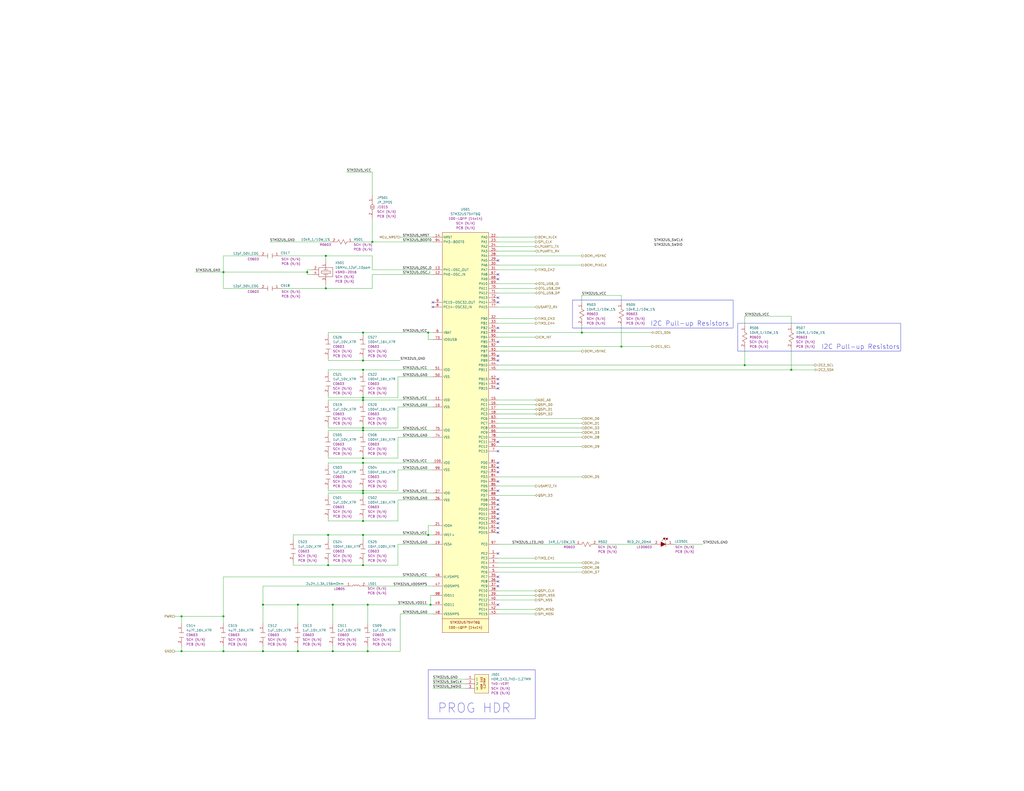
<source format=kicad_sch>
(kicad_sch (version 20231120) (generator "eeschema") (generator_version "8.0")
  (paper "C")
  (title_block (comment 2 "DRAFT"))
  (junction (at 233.68 181.61))
  (junction (at 198.12 252.73))
  (junction (at 203.2 132.08))
  (junction (at 198.12 308.61))
  (junction (at 179.07 292.1))
  (junction (at 143.51 330.2))
  (junction (at 198.12 269.24))
  (junction (at 198.12 181.61))
  (junction (at 99.06 336.55))
  (junction (at 121.92 148.59))
  (junction (at 234.95 330.2))
  (junction (at 339.09 189.23))
  (junction (at 143.51 355.6))
  (junction (at 181.61 355.6))
  (junction (at 406.4 199.39))
  (junction (at 198.12 217.17))
  (junction (at 198.12 218.44))
  (junction (at 198.12 234.95))
  (junction (at 99.06 355.6))
  (junction (at 200.66 330.2))
  (junction (at 198.12 284.48))
  (junction (at 179.07 308.61))
  (junction (at 121.92 336.55))
  (junction (at 177.8 157.48))
  (junction (at 233.68 292.1))
  (junction (at 198.12 292.1))
  (junction (at 198.12 233.68))
  (junction (at 200.66 355.6))
  (junction (at 181.61 330.2))
  (junction (at 162.56 330.2))
  (junction (at 198.12 201.93))
  (junction (at 198.12 196.85))
  (junction (at 162.56 355.6))
  (junction (at 431.8 201.93))
  (junction (at 198.12 250.19))
  (junction (at 167.64 148.59))
  (junction (at 317.5 181.61))
  (junction (at 121.92 355.6))
  (junction (at 177.8 139.7))
  (junction (at 198.12 267.97))
  (no_connect (at 271.78 241.3))
  (no_connect (at 271.78 149.86))
  (no_connect (at 271.78 246.38))
  (no_connect (at 271.78 314.96))
  (no_connect (at 271.78 212.09))
  (no_connect (at 271.78 252.73))
  (no_connect (at 236.22 167.64))
  (no_connect (at 271.78 267.97))
  (no_connect (at 271.78 165.1))
  (no_connect (at 271.78 257.81))
  (no_connect (at 271.78 196.85))
  (no_connect (at 271.78 186.69))
  (no_connect (at 271.78 209.55))
  (no_connect (at 271.78 278.13))
  (no_connect (at 271.78 142.24))
  (no_connect (at 271.78 262.89))
  (no_connect (at 236.22 165.1))
  (no_connect (at 271.78 288.29))
  (no_connect (at 271.78 280.67))
  (no_connect (at 271.78 207.01))
  (no_connect (at 271.78 179.07))
  (no_connect (at 271.78 317.5))
  (no_connect (at 271.78 194.31))
  (no_connect (at 271.78 162.56))
  (no_connect (at 271.78 255.27))
  (no_connect (at 271.78 275.59))
  (no_connect (at 271.78 320.04))
  (no_connect (at 271.78 285.75))
  (no_connect (at 271.78 152.4))
  (no_connect (at 271.78 283.21))
  (no_connect (at 271.78 302.26))
  (no_connect (at 271.78 290.83))
  (no_connect (at 271.78 273.05))
  (no_connect (at 271.78 330.2))
  (wire (pts (xy 143.51 320.04) (xy 143.51 330.2)))
  (wire (pts (xy 203.2 147.32) (xy 236.22 147.32)))
  (wire (pts (xy 292.1 327.66) (xy 271.78 327.66)))
  (wire (pts (xy 317.5 165.1) (xy 317.5 161.29)))
  (wire (pts (xy 99.06 336.55) (xy 121.92 336.55)))
  (wire (pts (xy 198.12 196.85) (xy 179.07 196.85)))
  (wire (pts (xy 198.12 269.24) (xy 179.07 269.24)))
  (wire (pts (xy 406.4 190.5) (xy 406.4 199.39)))
  (wire (pts (xy 198.12 219.71) (xy 198.12 218.44)))
  (wire (pts (xy 198.12 307.34) (xy 198.12 308.61)))
  (wire (pts (xy 198.12 196.85) (xy 218.44 196.85)))
  (wire (pts (xy 121.92 355.6) (xy 99.06 355.6)))
  (wire (pts (xy 179.07 292.1) (xy 160.02 292.1)))
  (wire (pts (xy 162.56 355.6) (xy 181.61 355.6)))
  (wire (pts (xy 198.12 250.19) (xy 179.07 250.19)))
  (wire (pts (xy 99.06 336.55) (xy 99.06 340.36)))
  (wire (pts (xy 317.5 260.35) (xy 271.78 260.35)))
  (wire (pts (xy 143.51 355.6) (xy 143.51 353.06)))
  (wire (pts (xy 121.92 340.36) (xy 121.92 336.55)))
  (wire (pts (xy 179.07 307.34) (xy 179.07 308.61)))
  (wire (pts (xy 271.78 297.18) (xy 313.69 297.18)))
  (wire (pts (xy 198.12 248.92) (xy 198.12 250.19)))
  (wire (pts (xy 317.5 144.78) (xy 271.78 144.78)))
  (wire (pts (xy 317.5 177.8) (xy 317.5 181.61)))
  (wire (pts (xy 234.95 330.2) (xy 236.22 330.2)))
  (wire (pts (xy 121.92 353.06) (xy 121.92 355.6)))
  (wire (pts (xy 217.17 250.19) (xy 198.12 250.19)))
  (wire (pts (xy 198.12 201.93) (xy 179.07 201.93)))
  (wire (pts (xy 292.1 176.53) (xy 271.78 176.53)))
  (wire (pts (xy 162.56 353.06) (xy 162.56 355.6)))
  (wire (pts (xy 236.22 370.84) (xy 254 370.84)))
  (wire (pts (xy 236.22 256.54) (xy 217.17 256.54)))
  (wire (pts (xy 203.2 132.08) (xy 236.22 132.08)))
  (wire (pts (xy 198.12 252.73) (xy 236.22 252.73)))
  (wire (pts (xy 317.5 181.61) (xy 355.6 181.61)))
  (wire (pts (xy 203.2 147.32) (xy 203.2 139.7)))
  (wire (pts (xy 179.07 234.95) (xy 179.07 236.22)))
  (wire (pts (xy 198.12 270.51) (xy 198.12 269.24)))
  (wire (pts (xy 431.8 190.5) (xy 431.8 201.93)))
  (wire (pts (xy 431.8 172.72) (xy 431.8 177.8)))
  (wire (pts (xy 217.17 256.54) (xy 217.17 267.97)))
  (wire (pts (xy 147.32 132.08) (xy 180.34 132.08)))
  (wire (pts (xy 179.07 284.48) (xy 179.07 283.21)))
  (wire (pts (xy 217.17 284.48) (xy 198.12 284.48)))
  (wire (pts (xy 271.78 189.23) (xy 339.09 189.23)))
  (wire (pts (xy 292.1 167.64) (xy 271.78 167.64)))
  (wire (pts (xy 198.12 252.73) (xy 179.07 252.73)))
  (wire (pts (xy 170.18 149.86) (xy 167.64 149.86)))
  (wire (pts (xy 292.1 270.51) (xy 271.78 270.51)))
  (wire (pts (xy 317.5 231.14) (xy 271.78 231.14)))
  (wire (pts (xy 143.51 330.2) (xy 162.56 330.2)))
  (wire (pts (xy 179.07 233.68) (xy 179.07 232.41)))
  (wire (pts (xy 292.1 226.06) (xy 271.78 226.06)))
  (wire (pts (xy 203.2 149.86) (xy 236.22 149.86)))
  (wire (pts (xy 198.12 234.95) (xy 179.07 234.95)))
  (wire (pts (xy 236.22 373.38) (xy 254 373.38)))
  (wire (pts (xy 383.54 297.18) (xy 368.3 297.18)))
  (wire (pts (xy 271.78 201.93) (xy 431.8 201.93)))
  (wire (pts (xy 95.25 355.6) (xy 99.06 355.6)))
  (wire (pts (xy 198.12 217.17) (xy 179.07 217.17)))
  (wire (pts (xy 121.92 355.6) (xy 143.51 355.6)))
  (wire (pts (xy 179.07 196.85) (xy 179.07 195.58)))
  (wire (pts (xy 179.07 218.44) (xy 179.07 219.71)))
  (wire (pts (xy 179.07 181.61) (xy 179.07 182.88)))
  (wire (pts (xy 179.07 252.73) (xy 179.07 254)))
  (wire (pts (xy 181.61 330.2) (xy 162.56 330.2)))
  (wire (pts (xy 406.4 172.72) (xy 431.8 172.72)))
  (wire (pts (xy 198.12 292.1) (xy 233.68 292.1)))
  (wire (pts (xy 179.07 292.1) (xy 179.07 294.64)))
  (wire (pts (xy 317.5 161.29) (xy 339.09 161.29)))
  (wire (pts (xy 203.2 93.98) (xy 203.2 106.68)))
  (wire (pts (xy 233.68 185.42) (xy 233.68 181.61)))
  (wire (pts (xy 292.1 322.58) (xy 271.78 322.58)))
  (wire (pts (xy 203.2 119.38) (xy 203.2 132.08)))
  (wire (pts (xy 233.68 292.1) (xy 236.22 292.1)))
  (wire (pts (xy 121.92 314.96) (xy 236.22 314.96)))
  (wire (pts (xy 292.1 157.48) (xy 271.78 157.48)))
  (wire (pts (xy 217.17 238.76) (xy 217.17 250.19)))
  (wire (pts (xy 121.92 139.7) (xy 121.92 148.59)))
  (wire (pts (xy 339.09 161.29) (xy 339.09 165.1)))
  (wire (pts (xy 181.61 355.6) (xy 200.66 355.6)))
  (wire (pts (xy 236.22 287.02) (xy 233.68 287.02)))
  (wire (pts (xy 292.1 132.08) (xy 271.78 132.08)))
  (wire (pts (xy 198.12 284.48) (xy 179.07 284.48)))
  (wire (pts (xy 198.12 267.97) (xy 179.07 267.97)))
  (wire (pts (xy 95.25 336.55) (xy 99.06 336.55)))
  (wire (pts (xy 292.1 154.94) (xy 271.78 154.94)))
  (wire (pts (xy 217.17 273.05) (xy 217.17 284.48)))
  (wire (pts (xy 167.64 148.59) (xy 167.64 147.32)))
  (wire (pts (xy 198.12 292.1) (xy 198.12 294.64)))
  (wire (pts (xy 292.1 265.43) (xy 271.78 265.43)))
  (wire (pts (xy 317.5 238.76) (xy 271.78 238.76)))
  (wire (pts (xy 198.12 181.61) (xy 179.07 181.61)))
  (wire (pts (xy 106.68 148.59) (xy 121.92 148.59)))
  (wire (pts (xy 198.12 218.44) (xy 179.07 218.44)))
  (wire (pts (xy 167.64 147.32) (xy 170.18 147.32)))
  (wire (pts (xy 271.78 129.54) (xy 292.1 129.54)))
  (wire (pts (xy 292.1 137.16) (xy 271.78 137.16)))
  (wire (pts (xy 326.39 297.18) (xy 355.6 297.18)))
  (wire (pts (xy 218.44 335.28) (xy 218.44 355.6)))
  (wire (pts (xy 198.12 234.95) (xy 236.22 234.95)))
  (wire (pts (xy 233.68 181.61) (xy 236.22 181.61)))
  (wire (pts (xy 292.1 223.52) (xy 271.78 223.52)))
  (wire (pts (xy 198.12 218.44) (xy 236.22 218.44)))
  (wire (pts (xy 179.07 269.24) (xy 179.07 270.51)))
  (wire (pts (xy 217.17 222.25) (xy 217.17 233.68)))
  (wire (pts (xy 153.67 139.7) (xy 177.8 139.7)))
  (wire (pts (xy 121.92 148.59) (xy 167.64 148.59)))
  (wire (pts (xy 236.22 297.18) (xy 217.17 297.18)))
  (wire (pts (xy 179.07 201.93) (xy 179.07 203.2)))
  (wire (pts (xy 406.4 177.8) (xy 406.4 172.72)))
  (wire (pts (xy 292.1 218.44) (xy 271.78 218.44)))
  (wire (pts (xy 292.1 134.62) (xy 271.78 134.62)))
  (wire (pts (xy 218.44 335.28) (xy 236.22 335.28)))
  (wire (pts (xy 292.1 220.98) (xy 271.78 220.98)))
  (wire (pts (xy 179.07 308.61) (xy 160.02 308.61)))
  (wire (pts (xy 198.12 269.24) (xy 236.22 269.24)))
  (wire (pts (xy 200.66 330.2) (xy 234.95 330.2)))
  (wire (pts (xy 200.66 330.2) (xy 200.66 340.36)))
  (wire (pts (xy 317.5 236.22) (xy 271.78 236.22)))
  (wire (pts (xy 317.5 233.68) (xy 271.78 233.68)))
  (wire (pts (xy 198.12 181.61) (xy 233.68 181.61)))
  (wire (pts (xy 236.22 238.76) (xy 217.17 238.76)))
  (wire (pts (xy 198.12 201.93) (xy 236.22 201.93)))
  (wire (pts (xy 431.8 201.93) (xy 444.5 201.93)))
  (wire (pts (xy 189.23 93.98) (xy 203.2 93.98)))
  (wire (pts (xy 292.1 160.02) (xy 271.78 160.02)))
  (wire (pts (xy 198.12 266.7) (xy 198.12 267.97)))
  (wire (pts (xy 203.2 157.48) (xy 177.8 157.48)))
  (wire (pts (xy 317.5 139.7) (xy 271.78 139.7)))
  (wire (pts (xy 143.51 355.6) (xy 162.56 355.6)))
  (wire (pts (xy 181.61 330.2) (xy 200.66 330.2)))
  (wire (pts (xy 162.56 330.2) (xy 162.56 340.36)))
  (wire (pts (xy 198.12 283.21) (xy 198.12 284.48)))
  (wire (pts (xy 181.61 330.2) (xy 181.61 340.36)))
  (wire (pts (xy 292.1 147.32) (xy 271.78 147.32)))
  (wire (pts (xy 179.07 292.1) (xy 198.12 292.1)))
  (wire (pts (xy 198.12 267.97) (xy 217.17 267.97)))
  (wire (pts (xy 236.22 185.42) (xy 233.68 185.42)))
  (wire (pts (xy 181.61 355.6) (xy 181.61 353.06)))
  (wire (pts (xy 99.06 355.6) (xy 99.06 353.06)))
  (wire (pts (xy 121.92 148.59) (xy 121.92 157.48)))
  (wire (pts (xy 177.8 154.94) (xy 177.8 157.48)))
  (wire (pts (xy 271.78 184.15) (xy 292.1 184.15)))
  (wire (pts (xy 193.04 132.08) (xy 203.2 132.08)))
  (wire (pts (xy 217.17 308.61) (xy 198.12 308.61)))
  (wire (pts (xy 236.22 375.92) (xy 254 375.92)))
  (wire (pts (xy 233.68 287.02) (xy 233.68 292.1)))
  (wire (pts (xy 406.4 199.39) (xy 271.78 199.39)))
  (wire (pts (xy 236.22 222.25) (xy 217.17 222.25)))
  (wire (pts (xy 317.5 243.84) (xy 271.78 243.84)))
  (wire (pts (xy 236.22 273.05) (xy 217.17 273.05)))
  (wire (pts (xy 167.64 149.86) (xy 167.64 148.59)))
  (wire (pts (xy 198.12 232.41) (xy 198.12 233.68)))
  (wire (pts (xy 339.09 189.23) (xy 355.6 189.23)))
  (wire (pts (xy 198.12 254) (xy 198.12 252.73)))
  (wire (pts (xy 200.66 320.04) (xy 236.22 320.04)))
  (wire (pts (xy 317.5 191.77) (xy 271.78 191.77)))
  (wire (pts (xy 140.97 139.7) (xy 121.92 139.7)))
  (wire (pts (xy 121.92 314.96) (xy 121.92 336.55)))
  (wire (pts (xy 198.12 203.2) (xy 198.12 201.93)))
  (wire (pts (xy 203.2 149.86) (xy 203.2 157.48)))
  (wire (pts (xy 198.12 233.68) (xy 179.07 233.68)))
  (wire (pts (xy 217.17 205.74) (xy 217.17 217.17)))
  (wire (pts (xy 198.12 182.88) (xy 198.12 181.61)))
  (wire (pts (xy 177.8 139.7) (xy 177.8 142.24)))
  (wire (pts (xy 217.17 217.17) (xy 198.12 217.17)))
  (wire (pts (xy 187.96 320.04) (xy 143.51 320.04)))
  (wire (pts (xy 200.66 353.06) (xy 200.66 355.6)))
  (wire (pts (xy 200.66 355.6) (xy 218.44 355.6)))
  (wire (pts (xy 292.1 304.8) (xy 271.78 304.8)))
  (wire (pts (xy 271.78 181.61) (xy 317.5 181.61)))
  (wire (pts (xy 292.1 335.28) (xy 271.78 335.28)))
  (wire (pts (xy 153.67 157.48) (xy 177.8 157.48)))
  (wire (pts (xy 198.12 215.9) (xy 198.12 217.17)))
  (wire (pts (xy 217.17 233.68) (xy 198.12 233.68)))
  (wire (pts (xy 217.17 297.18) (xy 217.17 308.61)))
  (wire (pts (xy 317.5 307.34) (xy 271.78 307.34)))
  (wire (pts (xy 218.44 129.54) (xy 236.22 129.54)))
  (wire (pts (xy 121.92 157.48) (xy 140.97 157.48)))
  (wire (pts (xy 160.02 308.61) (xy 160.02 307.34)))
  (wire (pts (xy 198.12 308.61) (xy 179.07 308.61)))
  (wire (pts (xy 179.07 217.17) (xy 179.07 215.9)))
  (wire (pts (xy 317.5 309.88) (xy 271.78 309.88)))
  (wire (pts (xy 143.51 330.2) (xy 143.51 340.36)))
  (wire (pts (xy 317.5 228.6) (xy 271.78 228.6)))
  (wire (pts (xy 292.1 332.74) (xy 271.78 332.74)))
  (wire (pts (xy 292.1 173.99) (xy 271.78 173.99)))
  (wire (pts (xy 203.2 139.7) (xy 177.8 139.7)))
  (wire (pts (xy 198.12 195.58) (xy 198.12 196.85)))
  (wire (pts (xy 292.1 325.12) (xy 271.78 325.12)))
  (wire (pts (xy 179.07 250.19) (xy 179.07 248.92)))
  (wire (pts (xy 317.5 312.42) (xy 271.78 312.42)))
  (wire (pts (xy 339.09 177.8) (xy 339.09 189.23)))
  (wire (pts (xy 179.07 267.97) (xy 179.07 266.7)))
  (wire (pts (xy 444.5 199.39) (xy 406.4 199.39)))
  (wire (pts (xy 198.12 236.22) (xy 198.12 234.95)))
  (wire (pts (xy 160.02 292.1) (xy 160.02 294.64)))
  (wire (pts (xy 234.95 325.12) (xy 234.95 330.2)))
  (wire (pts (xy 236.22 205.74) (xy 217.17 205.74)))
  (wire (pts (xy 234.95 325.12) (xy 236.22 325.12)))
  (rectangle (start 233.68 365.76) (end 292.1 392.43))
  (rectangle (start 402.59 176.53) (end 491.49 191.77))
  (rectangle (start 312.42 163.83) (end 400.05 179.07))
  (text "PROG HDR" (at 258.826 386.842 0) (effects (font (size 5.08 5.08))))
  (text "I2C Pull-up Resistors" (at 469.646 189.484 0) (effects (font (size 2.54 2.54))))
  (text "I2C Pull-up Resistors" (at 376.428 176.784 0) (effects (font (size 2.54 2.54))))
  (label "STM32U5_NRST" (at 219.71 129.54 0))
  (label "STM32U5_GND" (at 218.44 196.85 0))
  (label "STM32U5_VCC" (at 406.4 172.72 0))
  (label "STM32U5_VCC" (at 219.71 292.1 0))
  (label "STM32U5_GND" (at 147.32 132.08 0))
  (label "STM32U5_GND" (at 106.68 148.59 0))
  (label "STM32U5_GND" (at 219.71 256.54 0))
  (label "STM32U5_VCC" (at 317.5 161.29 0))
  (label "STM32U5_GND" (at 219.71 297.18 0))
  (label "STM32U5_GND" (at 219.71 222.25 0))
  (label "STM32U5_GND" (at 383.54 297.18 0))
  (label "STM32U5_VCC" (at 219.71 201.93 0))
  (label "STM32U5_GND" (at 219.71 273.05 0))
  (label "STM32U5_BOOT0" (at 219.71 132.08 0))
  (label "STM32U5_GND" (at 236.22 370.84 0))
  (label "STM32U5_VCC" (at 219.71 269.24 0))
  (label "STM32U5_VCC" (at 219.71 252.73 0))
  (label "STM32U5_LED_IND" (at 279.4 297.18 0))
  (label "STM32U5_VCC" (at 219.71 181.61 0))
  (label "STM32U5_VCC" (at 219.71 314.96 0))
  (label "STM32U5_VCC" (at 219.71 218.44 0))
  (label "STM32U5_SWDIO" (at 236.22 375.92 0))
  (label "STM32U5_SWDIO" (at 356.87 134.62 0))
  (label "STM32U5_SWCLK" (at 356.87 132.08 0))
  (label "STM32U5_GND" (at 219.71 205.74 0))
  (label "STM32U5_VDDSMPS" (at 214.63 320.04 0))
  (label "STM32U5_GND" (at 219.71 335.28 0))
  (label "STM32U5_VCC" (at 219.71 234.95 0))
  (label "STM32U5_VDD11" (at 217.17 330.2 0))
  (label "STM32U5_OSC_I" (at 219.71 149.86 0))
  (label "STM32U5_GND" (at 219.71 238.76 0))
  (label "STM32U5_SWCLK" (at 236.22 373.38 0))
  (label "STM32U5_OSC_O" (at 219.71 147.32 0))
  (label "STM32U5_VCC" (at 189.23 93.98 0))
  (hierarchical_label "DCMI_D8" (shape input) (at 317.5 238.76 0))
  (hierarchical_label "QSPI_D2" (shape bidirectional) (at 292.1 226.06 0))
  (hierarchical_label "DCMI_D2" (shape input) (at 317.5 233.68 0))
  (hierarchical_label "QSPI_CLK" (shape output) (at 292.1 322.58 0))
  (hierarchical_label "SPI_MOSI" (shape output) (at 292.1 335.28 0))
  (hierarchical_label "DCMI_VSYNC" (shape output) (at 317.5 191.77 0))
  (hierarchical_label "DCMI_D1" (shape input) (at 317.5 231.14 0))
  (hierarchical_label "DCMI_D6" (shape input) (at 317.5 309.88 0))
  (hierarchical_label "LPUART1_TX" (shape output) (at 292.1 134.62 0))
  (hierarchical_label "QSPI_D3" (shape bidirectional) (at 292.1 270.51 0))
  (hierarchical_label "DCMI_PIXCLK" (shape output) (at 317.5 144.78 0))
  (hierarchical_label "TIM3_CH3" (shape output) (at 292.1 173.99 0))
  (hierarchical_label "GND" (shape passive) (at 95.25 355.6 180))
  (hierarchical_label "TIM3_CH2" (shape output) (at 292.1 147.32 0))
  (hierarchical_label "TIM3_CH1" (shape output) (at 292.1 304.8 0))
  (hierarchical_label "I2C1_SDA" (shape bidirectional) (at 355.6 181.61 0))
  (hierarchical_label "DCMI_HSYNC" (shape output) (at 317.5 139.7 0))
  (hierarchical_label "OTG_USB_DP" (shape bidirectional) (at 292.1 160.02 0))
  (hierarchical_label "I2C1_SCL" (shape output) (at 355.6 189.23 0))
  (hierarchical_label "QSPI_D1" (shape bidirectional) (at 292.1 223.52 0))
  (hierarchical_label "ADC_A0" (shape input) (at 292.1 218.44 0))
  (hierarchical_label "SPI_NSS" (shape output) (at 292.1 327.66 0))
  (hierarchical_label "DCMI_D7" (shape input) (at 317.5 312.42 0))
  (hierarchical_label "DCMI_D5" (shape input) (at 317.5 260.35 0))
  (hierarchical_label "DCMI_D3" (shape input) (at 317.5 236.22 0))
  (hierarchical_label "LPUART1_RX" (shape input) (at 292.1 137.16 0))
  (hierarchical_label "QSPI_D0" (shape bidirectional) (at 292.1 220.98 0))
  (hierarchical_label "USART2_TX" (shape output) (at 292.1 265.43 0))
  (hierarchical_label "SPI_CLK" (shape output) (at 292.1 132.08 0))
  (hierarchical_label "MCU_NRST" (shape input) (at 218.44 129.54 180))
  (hierarchical_label "QSPI_NSS" (shape output) (at 292.1 325.12 0))
  (hierarchical_label "USART2_RX" (shape input) (at 292.1 167.64 0))
  (hierarchical_label "DCMI_XLCK" (shape output) (at 292.1 129.54 0))
  (hierarchical_label "OTG_USB_ID" (shape bidirectional) (at 292.1 154.94 0))
  (hierarchical_label "OTG_USB_DM" (shape bidirectional) (at 292.1 157.48 0))
  (hierarchical_label "SPI_MISO" (shape input) (at 292.1 332.74 0))
  (hierarchical_label "DCMI_D9" (shape input) (at 317.5 243.84 0))
  (hierarchical_label "ICM_INT" (shape input) (at 292.1 184.15 0))
  (hierarchical_label "I2C2_SDA" (shape bidirectional) (at 444.5 201.93 0))
  (hierarchical_label "PWR" (shape passive) (at 95.25 336.55 180))
  (hierarchical_label "I2C2_SCL" (shape output) (at 444.5 199.39 0))
  (hierarchical_label "DCMI_D0" (shape input) (at 317.5 228.6 0))
  (hierarchical_label "DCMI_D4" (shape input) (at 317.5 307.34 0))
  (hierarchical_label "TIM3_CH4" (shape output) (at 292.1 176.53 0))
  (symbol (lib_id "_SCHLIB_Qcopter:CAP_CER_1uF_10V_X7R_C0603") (at 179.07 254 270) (unit 1)
    (property "Reference" "C503" (at 181.61 255.2699 90) (effects (justify left)))
    (property "Value" "1uF_10V_X7R" (at 181.61 257.8099 90) (effects (justify left)))
    (property "Footprint" "Capacitor_SMD:C_0603_1608Metric" (effects (hide yes)))
    (property "Datasheet" "https://mm.digikey.com/Volume0/opasdata/d220001/medias/docus/3584/CL10B105KP8NNNC_Spec.pdf" (effects (hide yes)))
    (property "Description" "1 µF ±10% 10V Ceramic Capacitor X7R 0603 (1608 Metric)" (effects (hide yes)))
    (property "Package" "C0603" (at 181.61 260.3499 90) (effects (justify left)))
    (property "Part Number (Manufacturer)" "CL10B105KP8NNNC" (effects (hide yes)))
    (property "Manufacturer" "Samsung Electro-Mechanics" (effects (hide yes)))
    (property "Part Number (Vendor)" "1276-1946-2-ND" (effects (hide yes)))
    (property "Vendor" "Digikey" (effects (hide yes)))
    (property "Purchase Link" "https://www.digikey.ca/en/products/detail/samsung-electro-mechanics/CL10B105KP8NNNC/3887604" (effects (hide yes)))
    (property "SCH CHECK" "SCH (N/A)" (at 181.61 262.8899 90) (effects (justify left)))
    (property "PCB CHECK" "PCB (N/A)" (at 181.61 265.4299 90) (effects (justify left)))
  )
  (symbol (lib_id "_SCHLIB_Qcopter:CAP_CER_1uF_10V_X7R_C0603") (at 179.07 219.71 270) (unit 1)
    (property "Reference" "C519" (at 181.61 220.9799 90) (effects (justify left)))
    (property "Value" "1uF_10V_X7R" (at 181.61 223.5199 90) (effects (justify left)))
    (property "Footprint" "Capacitor_SMD:C_0603_1608Metric" (effects (hide yes)))
    (property "Datasheet" "https://mm.digikey.com/Volume0/opasdata/d220001/medias/docus/3584/CL10B105KP8NNNC_Spec.pdf" (effects (hide yes)))
    (property "Description" "1 µF ±10% 10V Ceramic Capacitor X7R 0603 (1608 Metric)" (effects (hide yes)))
    (property "Package" "C0603" (at 181.61 226.0599 90) (effects (justify left)))
    (property "Part Number (Manufacturer)" "CL10B105KP8NNNC" (effects (hide yes)))
    (property "Manufacturer" "Samsung Electro-Mechanics" (effects (hide yes)))
    (property "Part Number (Vendor)" "1276-1946-2-ND" (effects (hide yes)))
    (property "Vendor" "Digikey" (effects (hide yes)))
    (property "Purchase Link" "https://www.digikey.ca/en/products/detail/samsung-electro-mechanics/CL10B105KP8NNNC/3887604" (effects (hide yes)))
    (property "SCH CHECK" "SCH (N/A)" (at 181.61 228.5999 90) (effects (justify left)))
    (property "PCB CHECK" "PCB (N/A)" (at 181.61 231.1399 90) (effects (justify left)))
  )
  (symbol (lib_id "_SCHLIB_Qcopter:CAP_CER_1uF_10V_X7R_C0603") (at 160.02 294.64 270) (unit 1)
    (property "Reference" "C523" (at 162.56 295.9099 90) (effects (justify left)))
    (property "Value" "1uF_10V_X7R" (at 162.56 298.4499 90) (effects (justify left)))
    (property "Footprint" "Capacitor_SMD:C_0603_1608Metric" (effects (hide yes)))
    (property "Datasheet" "https://mm.digikey.com/Volume0/opasdata/d220001/medias/docus/3584/CL10B105KP8NNNC_Spec.pdf" (effects (hide yes)))
    (property "Description" "1 µF ±10% 10V Ceramic Capacitor X7R 0603 (1608 Metric)" (effects (hide yes)))
    (property "Package" "C0603" (at 162.56 300.9899 90) (effects (justify left)))
    (property "Part Number (Manufacturer)" "CL10B105KP8NNNC" (effects (hide yes)))
    (property "Manufacturer" "Samsung Electro-Mechanics" (effects (hide yes)))
    (property "Part Number (Vendor)" "1276-1946-2-ND" (effects (hide yes)))
    (property "Vendor" "Digikey" (effects (hide yes)))
    (property "Purchase Link" "https://www.digikey.ca/en/products/detail/samsung-electro-mechanics/CL10B105KP8NNNC/3887604" (effects (hide yes)))
    (property "SCH CHECK" "SCH (N/A)" (at 162.56 303.5299 90) (effects (justify left)))
    (property "PCB CHECK" "PCB (N/A)" (at 162.56 306.0699 90) (effects (justify left)))
  )
  (symbol (lib_id "_SCHLIB_Qcopter:RES_10kR_1/10W_1%_R0603") (at 193.04 132.08 180) (unit 1)
    (property "Reference" "R501" (at 195.58 130.81 0))
    (property "Value" "10kR_1/10W_1%" (at 172.212 130.81 0))
    (property "Footprint" "Resistor_SMD:R_0603_1608Metric" (effects (hide yes)))
    (property "Datasheet" "https://www.seielect.com/catalog/sei-rmcf_rmcp.pdf" (effects (hide yes)))
    (property "Description" "10 kOhms ±1% 0.1W, 1/10W Chip Resistor 0603 (1608 Metric) Automotive AEC-Q200 Thick Film" (effects (hide yes)))
    (property "Package" "R0603" (at 177.546 133.604 0))
    (property "Part Number (Manufacturer)" "RMCF0603FT10K0" (effects (hide yes)))
    (property "Manufacturer" "Stackpole Electronics Inc" (effects (hide yes)))
    (property "Part Number (Vendor)" "RMCF0603FT10K0TR-ND" (effects (hide yes)))
    (property "Vendor" "Digikey" (effects (hide yes)))
    (property "Purchase Link" "https://www.digikey.ca/en/products/detail/stackpole-electronics-inc/RMCF0603FT10K0/1761235" (effects (hide yes)))
    (property "SCH CHECK" "SCH (N/A)" (at 198.12 133.604 0))
    (property "PCB CHECK" "PCB (N/A)" (at 198.12 136.144 0))
  )
  (symbol (lib_id "_SCHLIB_Qcopter:RES_10kR_1/10W_1%_R0603") (at 431.8 177.8 270) (unit 1)
    (property "Reference" "R507" (at 434.34 179.0699 90) (effects (justify left)))
    (property "Value" "10kR_1/10W_1%" (at 434.34 181.6099 90) (effects (justify left)))
    (property "Footprint" "Resistor_SMD:R_0603_1608Metric" (effects (hide yes)))
    (property "Datasheet" "https://www.seielect.com/catalog/sei-rmcf_rmcp.pdf" (effects (hide yes)))
    (property "Description" "10 kOhms ±1% 0.1W, 1/10W Chip Resistor 0603 (1608 Metric) Automotive AEC-Q200 Thick Film" (effects (hide yes)))
    (property "Package" "R0603" (at 434.34 184.1499 90) (effects (justify left)))
    (property "Part Number (Manufacturer)" "RMCF0603FT10K0" (effects (hide yes)))
    (property "Manufacturer" "Stackpole Electronics Inc" (effects (hide yes)))
    (property "Part Number (Vendor)" "RMCF0603FT10K0TR-ND" (effects (hide yes)))
    (property "Vendor" "Digikey" (effects (hide yes)))
    (property "Purchase Link" "https://www.digikey.ca/en/products/detail/stackpole-electronics-inc/RMCF0603FT10K0/1761235" (effects (hide yes)))
    (property "SCH CHECK" "SCH (N/A)" (at 434.34 186.6899 90) (effects (justify left)))
    (property "PCB CHECK" "PCB (N/A)" (at 434.34 189.2299 90) (effects (justify left)))
  )
  (symbol (lib_id "_SCHLIB_Qcopter:CAP_CER_1uF_10V_X7R_C0603") (at 179.07 203.2 270) (unit 1)
    (property "Reference" "C521" (at 181.61 204.4699 90) (effects (justify left)))
    (property "Value" "1uF_10V_X7R" (at 181.61 207.0099 90) (effects (justify left)))
    (property "Footprint" "Capacitor_SMD:C_0603_1608Metric" (effects (hide yes)))
    (property "Datasheet" "https://mm.digikey.com/Volume0/opasdata/d220001/medias/docus/3584/CL10B105KP8NNNC_Spec.pdf" (effects (hide yes)))
    (property "Description" "1 µF ±10% 10V Ceramic Capacitor X7R 0603 (1608 Metric)" (effects (hide yes)))
    (property "Package" "C0603" (at 181.61 209.5499 90) (effects (justify left)))
    (property "Part Number (Manufacturer)" "CL10B105KP8NNNC" (effects (hide yes)))
    (property "Manufacturer" "Samsung Electro-Mechanics" (effects (hide yes)))
    (property "Part Number (Vendor)" "1276-1946-2-ND" (effects (hide yes)))
    (property "Vendor" "Digikey" (effects (hide yes)))
    (property "Purchase Link" "https://www.digikey.ca/en/products/detail/samsung-electro-mechanics/CL10B105KP8NNNC/3887604" (effects (hide yes)))
    (property "SCH CHECK" "SCH (N/A)" (at 181.61 212.0899 90) (effects (justify left)))
    (property "PCB CHECK" "PCB (N/A)" (at 181.61 214.6299 90) (effects (justify left)))
  )
  (symbol (lib_id "_SCHLIB_Qcopter:CAP_CER_100nF_16V_X7R_C0603") (at 179.07 294.64 270) (unit 1)
    (property "Reference" "C524" (at 181.61 295.9099 90) (effects (justify left)))
    (property "Value" "100nF_16V_X7R" (at 181.61 298.4499 90) (effects (justify left)))
    (property "Footprint" "Capacitor_SMD:C_0603_1608Metric" (effects (hide yes)))
    (property "Datasheet" "https://mm.digikey.com/Volume0/opasdata/d220001/medias/docus/609/CL10B104KO8NNNC_Spec.pdf" (effects (hide yes)))
    (property "Description" "0.1 µF ±10% 16V Ceramic Capacitor X7R 0603 (1608 Metric)" (effects (hide yes)))
    (property "Package" "C0603" (at 181.61 300.9899 90) (effects (justify left)))
    (property "Part Number (Manufacturer)" "CL10B104KO8NNNC" (effects (hide yes)))
    (property "Manufacturer" "Samsung Electro-Mechanics" (effects (hide yes)))
    (property "Part Number (Vendor)" "1276-1005-2-ND" (effects (hide yes)))
    (property "Vendor" "Digikey" (effects (hide yes)))
    (property "Purchase Link" "https://www.digikey.ca/en/products/detail/samsung-electro-mechanics/CL10B104KO8NNNC/3886663" (effects (hide yes)))
    (property "SCH CHECK" "SCH (N/A)" (at 181.61 303.5299 90) (effects (justify left)))
    (property "PCB CHECK" "PCB (N/A)" (at 181.61 306.0699 90) (effects (justify left)))
  )
  (symbol (lib_id "_SCHLIB_Qcopter:CAP_CER_100nF_16V_X7R_C0603") (at 198.12 236.22 270) (unit 1)
    (property "Reference" "C506" (at 200.66 237.4899 90) (effects (justify left)))
    (property "Value" "100nF_16V_X7R" (at 200.66 240.0299 90) (effects (justify left)))
    (property "Footprint" "Capacitor_SMD:C_0603_1608Metric" (effects (hide yes)))
    (property "Datasheet" "https://mm.digikey.com/Volume0/opasdata/d220001/medias/docus/609/CL10B104KO8NNNC_Spec.pdf" (effects (hide yes)))
    (property "Description" "0.1 µF ±10% 16V Ceramic Capacitor X7R 0603 (1608 Metric)" (effects (hide yes)))
    (property "Package" "C0603" (at 200.66 242.5699 90) (effects (justify left)))
    (property "Part Number (Manufacturer)" "CL10B104KO8NNNC" (effects (hide yes)))
    (property "Manufacturer" "Samsung Electro-Mechanics" (effects (hide yes)))
    (property "Part Number (Vendor)" "1276-1005-2-ND" (effects (hide yes)))
    (property "Vendor" "Digikey" (effects (hide yes)))
    (property "Purchase Link" "https://www.digikey.ca/en/products/detail/samsung-electro-mechanics/CL10B104KO8NNNC/3886663" (effects (hide yes)))
    (property "SCH CHECK" "SCH (N/A)" (at 200.66 245.1099 90) (effects (justify left)))
    (property "PCB CHECK" "PCB (N/A)" (at 200.66 247.6499 90) (effects (justify left)))
  )
  (symbol (lib_id "_SCHLIB_Qcopter:CAP_CER_12pF_50V_C0G_C0603") (at 153.67 139.7 180) (unit 1)
    (property "Reference" "C517" (at 155.702 138.176 0))
    (property "Value" "12pF_50V_C0G" (at 134.112 138.43 0))
    (property "Footprint" "Capacitor_SMD:C_0603_1608Metric" (effects (hide yes)))
    (property "Datasheet" "https://connect.kemet.com:7667/gateway/IntelliData-ComponentDocumentation/1.0/download/datasheet/C0603C120J5GACTU" (effects (hide yes)))
    (property "Description" "12 pF ±5% 50V Ceramic Capacitor C0G, NP0 0603 (1608 Metric)" (effects (hide yes)))
    (property "Package" "C0603" (at 138.176 141.478 0))
    (property "Part Number (Manufacturer)" "C0603C120J5GAC7867" (effects (hide yes)))
    (property "Manufacturer" "KEMET" (effects (hide yes)))
    (property "Part Number (Vendor)" "399-C0603C120J5GAC7867TR-ND" (effects (hide yes)))
    (property "Vendor" "Digikey" (effects (hide yes)))
    (property "Purchase Link" "https://www.digikey.ca/en/products/detail/kemet/C0603C120J5GAC7867/411052" (effects (hide yes)))
    (property "SCH CHECK" "SCH (N/A)" (at 158.75 141.478 0))
    (property "PCB CHECK" "PCB (N/A)" (at 158.75 144.018 0))
  )
  (symbol (lib_id "_SCHLIB_Qcopter:CAP_CER_100nF_16V_X7R_C0603") (at 198.12 270.51 270) (unit 1)
    (property "Reference" "C502" (at 200.66 271.7799 90) (effects (justify left)))
    (property "Value" "100nF_16V_X7R" (at 200.66 274.3199 90) (effects (justify left)))
    (property "Footprint" "Capacitor_SMD:C_0603_1608Metric" (effects (hide yes)))
    (property "Datasheet" "https://mm.digikey.com/Volume0/opasdata/d220001/medias/docus/609/CL10B104KO8NNNC_Spec.pdf" (effects (hide yes)))
    (property "Description" "0.1 µF ±10% 16V Ceramic Capacitor X7R 0603 (1608 Metric)" (effects (hide yes)))
    (property "Package" "C0603" (at 200.66 276.8599 90) (effects (justify left)))
    (property "Part Number (Manufacturer)" "CL10B104KO8NNNC" (effects (hide yes)))
    (property "Manufacturer" "Samsung Electro-Mechanics" (effects (hide yes)))
    (property "Part Number (Vendor)" "1276-1005-2-ND" (effects (hide yes)))
    (property "Vendor" "Digikey" (effects (hide yes)))
    (property "Purchase Link" "https://www.digikey.ca/en/products/detail/samsung-electro-mechanics/CL10B104KO8NNNC/3886663" (effects (hide yes)))
    (property "SCH CHECK" "SCH (N/A)" (at 200.66 279.3999 90) (effects (justify left)))
    (property "PCB CHECK" "PCB (N/A)" (at 200.66 281.9399 90) (effects (justify left)))
  )
  (symbol (lib_id "_SCHLIB_Qcopter:CONN_HDR_1X3_VERT_THD-1.27MM") (at 254 368.3 0) (unit 1)
    (property "Reference" "J501" (at 267.97 368.2999 0) (effects (justify left)))
    (property "Value" "HDR_1X3_THD-1.27MM" (at 267.97 370.8399 0) (effects (justify left)))
    (property "Footprint" "Connector_PinHeader_1.27mm:PinHeader_1x03_P1.27mm_Vertical" (effects (hide yes)))
    (property "Datasheet" "https://app.adam-tech.com/products/download/data_sheet/199953/hph1-b-xx-ua-data-sheet.pdf" (effects (hide yes)))
    (property "Description" "Connector Header Through Hole 3 position 0.050\" (1.27mm)" (effects (hide yes)))
    (property "Package" "THD-VERT" (at 267.97 373.3799 0) (effects (justify left)))
    (property "Part Number (Manufacturer)" "HPH1-B-03-UA" (effects (hide yes)))
    (property "Manufacturer" "Adam Tech" (effects (hide yes)))
    (property "Part Number (Vendor)" "2057-HPH1-B-03-UA-ND" (effects (hide yes)))
    (property "Vendor" "Digikey" (effects (hide yes)))
    (property "Purchase Link" "https://www.digikey.ca/en/products/detail/adam-tech/HPH1-B-03-UA/9831285" (effects (hide yes)))
    (property "SCH CHECK" "SCH (N/A)" (at 267.97 375.9199 0) (effects (justify left)))
    (property "PCB CHECK" "PCB (N/A)" (at 267.97 378.4599 0) (effects (justify left)))
  )
  (symbol (lib_id "_SCHLIB_Qcopter:CAP_CER_4.7uF_16V_X7R_C0603") (at 121.92 340.36 270) (unit 1)
    (property "Reference" "C515" (at 124.46 341.6299 90) (effects (justify left)))
    (property "Value" "4u7F_16V_X7R" (at 124.46 344.1699 90) (effects (justify left)))
    (property "Footprint" "Capacitor_SMD:C_0603_1608Metric" (effects (hide yes)))
    (property "Datasheet" "https://search.murata.co.jp/Ceramy/image/img/A01X/G101/ENG/GRM188Z71C475KE21-01A.pdf" (effects (hide yes)))
    (property "Description" "4.7 µF ±10% 16V Ceramic Capacitor X7R 0603 (1608 Metric)" (effects (hide yes)))
    (property "Package" "C0603" (at 124.46 346.7099 90) (effects (justify left)))
    (property "Part Number (Manufacturer)" "GRM188Z71C475KE21D" (effects (hide yes)))
    (property "Manufacturer" "Murata Electronics" (effects (hide yes)))
    (property "Part Number (Vendor)" "490-GRM188Z71C475KE21DTR-ND" (effects (hide yes)))
    (property "Vendor" "Digikey" (effects (hide yes)))
    (property "Purchase Link" "https://www.digikey.ca/en/products/detail/murata-electronics/GRM188Z71C475KE21D/13401930" (effects (hide yes)))
    (property "SCH CHECK" "SCH (N/A)" (at 124.46 349.2499 90) (effects (justify left)))
    (property "PCB CHECK" "PCB (N/A)" (at 124.46 351.7899 90) (effects (justify left)))
  )
  (symbol (lib_id "_SCHLIB_Qcopter:CAP_CER_1uF_10V_X7R_C0603") (at 179.07 182.88 270) (unit 1)
    (property "Reference" "C526" (at 181.61 184.1499 90) (effects (justify left)))
    (property "Value" "1uF_10V_X7R" (at 181.61 186.6899 90) (effects (justify left)))
    (property "Footprint" "Capacitor_SMD:C_0603_1608Metric" (effects (hide yes)))
    (property "Datasheet" "https://mm.digikey.com/Volume0/opasdata/d220001/medias/docus/3584/CL10B105KP8NNNC_Spec.pdf" (effects (hide yes)))
    (property "Description" "1 µF ±10% 10V Ceramic Capacitor X7R 0603 (1608 Metric)" (effects (hide yes)))
    (property "Package" "C0603" (at 181.61 189.2299 90) (effects (justify left)))
    (property "Part Number (Manufacturer)" "CL10B105KP8NNNC" (effects (hide yes)))
    (property "Manufacturer" "Samsung Electro-Mechanics" (effects (hide yes)))
    (property "Part Number (Vendor)" "1276-1946-2-ND" (effects (hide yes)))
    (property "Vendor" "Digikey" (effects (hide yes)))
    (property "Purchase Link" "https://www.digikey.ca/en/products/detail/samsung-electro-mechanics/CL10B105KP8NNNC/3887604" (effects (hide yes)))
    (property "SCH CHECK" "SCH (N/A)" (at 181.61 191.7699 90) (effects (justify left)))
    (property "PCB CHECK" "PCB (N/A)" (at 181.61 194.3099 90) (effects (justify left)))
  )
  (symbol (lib_id "_SCHLIB_Qcopter:CAP_CER_1uF_10V_X7R_C0603") (at 200.66 340.36 270) (unit 1)
    (property "Reference" "C509" (at 203.2 341.6299 90) (effects (justify left)))
    (property "Value" "1uF_10V_X7R" (at 203.2 344.1699 90) (effects (justify left)))
    (property "Footprint" "Capacitor_SMD:C_0603_1608Metric" (effects (hide yes)))
    (property "Datasheet" "https://mm.digikey.com/Volume0/opasdata/d220001/medias/docus/3584/CL10B105KP8NNNC_Spec.pdf" (effects (hide yes)))
    (property "Description" "1 µF ±10% 10V Ceramic Capacitor X7R 0603 (1608 Metric)" (effects (hide yes)))
    (property "Package" "C0603" (at 203.2 346.7099 90) (effects (justify left)))
    (property "Part Number (Manufacturer)" "CL10B105KP8NNNC" (effects (hide yes)))
    (property "Manufacturer" "Samsung Electro-Mechanics" (effects (hide yes)))
    (property "Part Number (Vendor)" "1276-1946-2-ND" (effects (hide yes)))
    (property "Vendor" "Digikey" (effects (hide yes)))
    (property "Purchase Link" "https://www.digikey.ca/en/products/detail/samsung-electro-mechanics/CL10B105KP8NNNC/3887604" (effects (hide yes)))
    (property "SCH CHECK" "SCH (N/A)" (at 203.2 349.2499 90) (effects (justify left)))
    (property "PCB CHECK" "PCB (N/A)" (at 203.2 351.7899 90) (effects (justify left)))
  )
  (symbol (lib_id "_SCHLIB_Qcopter:RES_1kR_1/10W_1%_R0603") (at 313.69 297.18 0) (unit 1)
    (property "Reference" "R502" (at 328.93 295.91 0))
    (property "Value" "1kR_1/10W_1%" (at 306.578 295.91 0))
    (property "Footprint" "Resistor_SMD:R_0603_1608Metric" (effects (hide yes)))
    (property "Datasheet" "https://www.seielect.com/catalog/sei-rmcf_rmcp.pdf" (effects (hide yes)))
    (property "Description" "1 kOhms ±1% 0.1W, 1/10W Chip Resistor 0603 (1608 Metric) Automotive AEC-Q200 Thick Film" (effects (hide yes)))
    (property "Package" "R0603" (at 310.642 298.704 0))
    (property "Part Number (Manufacturer)" "RMCF0603FT1K00" (effects (hide yes)))
    (property "Manufacturer" "Stackpole Electronics Inc" (effects (hide yes)))
    (property "Part Number (Vendor)" "RMCF0603FT1K00TR-ND" (effects (hide yes)))
    (property "Vendor" "Digikey" (effects (hide yes)))
    (property "Purchase Link" "https://www.digikey.ca/en/products/detail/stackpole-electronics-inc/RMCF0603FT1K00/1761077" (effects (hide yes)))
    (property "SCH CHECK" "SCH (N/A)" (at 331.47 298.704 0))
    (property "PCB CHECK" "PCB (N/A)" (at 331.47 301.244 0))
  )
  (symbol (lib_id "_SCHLIB_Qcopter:CAP_CER_10nF_100V_X7R_C0603") (at 198.12 294.64 270) (unit 1)
    (property "Reference" "C525" (at 200.66 295.9099 90) (effects (justify left)))
    (property "Value" "10nF_100V_X7R" (at 200.66 298.4499 90) (effects (justify left)))
    (property "Footprint" "Capacitor_SMD:C_0603_1608Metric" (effects (hide yes)))
    (property "Datasheet" "https://search.murata.co.jp/Ceramy/image/img/A01X/G101/ENG/GCM188R72A103KA37-01.pdf" (effects (hide yes)))
    (property "Description" "10000 pF ±10% 100V Ceramic Capacitor X7R 0603 (1608 Metric)" (effects (hide yes)))
    (property "Package" "C0603" (at 200.66 300.9899 90) (effects (justify left)))
    (property "Part Number (Manufacturer)" "GCM188R72A103KA37D" (effects (hide yes)))
    (property "Manufacturer" "Murata Electronics" (effects (hide yes)))
    (property "Part Number (Vendor)" "490-4781-2-ND" (effects (hide yes)))
    (property "Vendor" "Digikey" (effects (hide yes)))
    (property "Purchase Link" "https://www.digikey.ca/en/products/detail/murata-electronics/GCM188R72A103KA37D/1641655" (effects (hide yes)))
    (property "SCH CHECK" "SCH (N/A)" (at 200.66 303.5299 90) (effects (justify left)))
    (property "PCB CHECK" "PCB (N/A)" (at 200.66 306.0699 90) (effects (justify left)))
  )
  (symbol (lib_id "_SCHLIB_Qcopter:MECH_JUMPER_2POS_J1015") (at 203.2 106.68 270) (unit 1) (in_bom no)
    (property "Reference" "JP501" (at 205.74 107.9499 90) (effects (justify left)))
    (property "Value" "JP_2POS" (at 205.74 110.4899 90) (effects (justify left)))
    (property "Footprint" "Jumper:SolderJumper-2_P1.3mm_Open_TrianglePad1.0x1.5mm" (effects (hide yes)))
    (property "Datasheet" "N/A" (effects (hide yes)))
    (property "Description" "Jumper, 2POS, J1015" (effects (hide yes)))
    (property "Package" "J1015" (at 205.74 113.0299 90) (effects (justify left)))
    (property "Part Number (Manufacturer)" "N/A" (effects (hide yes)))
    (property "Manufacturer" "N/A" (effects (hide yes)))
    (property "Part Number (Vendor)" "N/A" (effects (hide yes)))
    (property "Vendor" "N/A" (effects (hide yes)))
    (property "Purchase Link" "N/A" (effects (hide yes)))
    (property "SCH CHECK" "SCH (N/A)" (at 205.74 115.5699 90) (effects (justify left)))
    (property "PCB CHECK" "PCB (N/A)" (at 205.74 118.1099 90) (effects (justify left)))
  )
  (symbol (lib_id "_SCHLIB_Qcopter:RES_10kR_1/10W_1%_R0603") (at 339.09 165.1 270) (unit 1)
    (property "Reference" "R505" (at 341.63 166.3699 90) (effects (justify left)))
    (property "Value" "10kR_1/10W_1%" (at 341.63 168.9099 90) (effects (justify left)))
    (property "Footprint" "Resistor_SMD:R_0603_1608Metric" (effects (hide yes)))
    (property "Datasheet" "https://www.seielect.com/catalog/sei-rmcf_rmcp.pdf" (effects (hide yes)))
    (property "Description" "10 kOhms ±1% 0.1W, 1/10W Chip Resistor 0603 (1608 Metric) Automotive AEC-Q200 Thick Film" (effects (hide yes)))
    (property "Package" "R0603" (at 341.63 171.4499 90) (effects (justify left)))
    (property "Part Number (Manufacturer)" "RMCF0603FT10K0" (effects (hide yes)))
    (property "Manufacturer" "Stackpole Electronics Inc" (effects (hide yes)))
    (property "Part Number (Vendor)" "RMCF0603FT10K0TR-ND" (effects (hide yes)))
    (property "Vendor" "Digikey" (effects (hide yes)))
    (property "Purchase Link" "https://www.digikey.ca/en/products/detail/stackpole-electronics-inc/RMCF0603FT10K0/1761235" (effects (hide yes)))
    (property "SCH CHECK" "SCH (N/A)" (at 341.63 173.9899 90) (effects (justify left)))
    (property "PCB CHECK" "PCB (N/A)" (at 341.63 176.5299 90) (effects (justify left)))
  )
  (symbol (lib_id "_SCHLIB_Qcopter:CAP_CER_1uF_10V_X7R_C0603") (at 179.07 236.22 270) (unit 1)
    (property "Reference" "C505" (at 181.61 237.4899 90) (effects (justify left)))
    (property "Value" "1uF_10V_X7R" (at 181.61 240.0299 90) (effects (justify left)))
    (property "Footprint" "Capacitor_SMD:C_0603_1608Metric" (effects (hide yes)))
    (property "Datasheet" "https://mm.digikey.com/Volume0/opasdata/d220001/medias/docus/3584/CL10B105KP8NNNC_Spec.pdf" (effects (hide yes)))
    (property "Description" "1 µF ±10% 10V Ceramic Capacitor X7R 0603 (1608 Metric)" (effects (hide yes)))
    (property "Package" "C0603" (at 181.61 242.5699 90) (effects (justify left)))
    (property "Part Number (Manufacturer)" "CL10B105KP8NNNC" (effects (hide yes)))
    (property "Manufacturer" "Samsung Electro-Mechanics" (effects (hide yes)))
    (property "Part Number (Vendor)" "1276-1946-2-ND" (effects (hide yes)))
    (property "Vendor" "Digikey" (effects (hide yes)))
    (property "Purchase Link" "https://www.digikey.ca/en/products/detail/samsung-electro-mechanics/CL10B105KP8NNNC/3887604" (effects (hide yes)))
    (property "SCH CHECK" "SCH (N/A)" (at 181.61 245.1099 90) (effects (justify left)))
    (property "PCB CHECK" "PCB (N/A)" (at 181.61 247.6499 90) (effects (justify left)))
  )
  (symbol (lib_id "_SCHLIB_Qcopter:CAP_CER_1uF_10V_X7R_C0603") (at 179.07 270.51 270) (unit 1)
    (property "Reference" "C501" (at 181.61 271.7799 90) (effects (justify left)))
    (property "Value" "1uF_10V_X7R" (at 181.61 274.3199 90) (effects (justify left)))
    (property "Footprint" "Capacitor_SMD:C_0603_1608Metric" (effects (hide yes)))
    (property "Datasheet" "https://mm.digikey.com/Volume0/opasdata/d220001/medias/docus/3584/CL10B105KP8NNNC_Spec.pdf" (effects (hide yes)))
    (property "Description" "1 µF ±10% 10V Ceramic Capacitor X7R 0603 (1608 Metric)" (effects (hide yes)))
    (property "Package" "C0603" (at 181.61 276.8599 90) (effects (justify left)))
    (property "Part Number (Manufacturer)" "CL10B105KP8NNNC" (effects (hide yes)))
    (property "Manufacturer" "Samsung Electro-Mechanics" (effects (hide yes)))
    (property "Part Number (Vendor)" "1276-1946-2-ND" (effects (hide yes)))
    (property "Vendor" "Digikey" (effects (hide yes)))
    (property "Purchase Link" "https://www.digikey.ca/en/products/detail/samsung-electro-mechanics/CL10B105KP8NNNC/3887604" (effects (hide yes)))
    (property "SCH CHECK" "SCH (N/A)" (at 181.61 279.3999 90) (effects (justify left)))
    (property "PCB CHECK" "PCB (N/A)" (at 181.61 281.9399 90) (effects (justify left)))
  )
  (symbol (lib_id "_SCHLIB_Qcopter:IC_EMBD_STM32U575VIT6Q_MCU_ARM® Cortex®-M33_160MHz_2MB_100-LQFP (14x14)") (at 241.3 127 0) (unit 1)
    (property "Reference" "U501" (at 254 114.3 0))
    (property "Value" "STM32U575VIT6Q" (at 254 116.84 0))
    (property "Footprint" "Package_QFP:LQFP-100_14x14mm_P0.5mm" (effects (hide yes)))
    (property "Datasheet" "https://www.st.com/resource/en/datasheet/stm32u575ag.pdf" (effects (hide yes)))
    (property "Description" "ARM® Cortex®-M33 STM32U5 Microcontroller IC 32-Bit 160MHz 2MB (2M x 8) FLASH 100-LQFP (14x14)" (effects (hide yes)))
    (property "Package" "100-LQFP (14x14)" (at 254 119.38 0))
    (property "Part Number (Manufacturer)" "STM32U575VIT6Q" (effects (hide yes)))
    (property "Manufacturer" "STMicroelectronics" (effects (hide yes)))
    (property "Part Number (Vendor)" "497-STM32U575VIT6Q-ND" (effects (hide yes)))
    (property "Vendor" "Digikey" (effects (hide yes)))
    (property "Purchase Link" "https://www.digikey.ca/en/products/detail/stmicroelectronics/STM32U575VIT6Q/18085722" (effects (hide yes)))
    (property "SCH CHECK" "SCH (N/A)" (at 254 121.92 0))
    (property "PCB CHECK" "PCB (N/A)" (at 254 124.46 0))
  )
  (symbol (lib_id "_SCHLIB_Qcopter:CAP_CER_100nF_16V_X7R_C0603") (at 198.12 219.71 270) (unit 1)
    (property "Reference" "C520" (at 200.66 220.9799 90) (effects (justify left)))
    (property "Value" "100nF_16V_X7R" (at 200.66 223.5199 90) (effects (justify left)))
    (property "Footprint" "Capacitor_SMD:C_0603_1608Metric" (effects (hide yes)))
    (property "Datasheet" "https://mm.digikey.com/Volume0/opasdata/d220001/medias/docus/609/CL10B104KO8NNNC_Spec.pdf" (effects (hide yes)))
    (property "Description" "0.1 µF ±10% 16V Ceramic Capacitor X7R 0603 (1608 Metric)" (effects (hide yes)))
    (property "Package" "C0603" (at 200.66 226.0599 90) (effects (justify left)))
    (property "Part Number (Manufacturer)" "CL10B104KO8NNNC" (effects (hide yes)))
    (property "Manufacturer" "Samsung Electro-Mechanics" (effects (hide yes)))
    (property "Part Number (Vendor)" "1276-1005-2-ND" (effects (hide yes)))
    (property "Vendor" "Digikey" (effects (hide yes)))
    (property "Purchase Link" "https://www.digikey.ca/en/products/detail/samsung-electro-mechanics/CL10B104KO8NNNC/3886663" (effects (hide yes)))
    (property "SCH CHECK" "SCH (N/A)" (at 200.66 228.5999 90) (effects (justify left)))
    (property "PCB CHECK" "PCB (N/A)" (at 200.66 231.1399 90) (effects (justify left)))
  )
  (symbol (lib_id "_SCHLIB_Qcopter:DIODE_LED_RED_2V_20mA_624nm_LED0603") (at 355.6 297.18 0) (unit 1)
    (property "Reference" "LED501" (at 371.856 295.656 0))
    (property "Value" "RED_2V_20mA" (at 348.742 295.91 0))
    (property "Footprint" "LED_SMD:LED_0603_1608Metric" (effects (hide yes)))
    (property "Datasheet" "https://mm.digikey.com/Volume0/opasdata/d220001/medias/docus/3777/B1931USD-20D000814U1930.pdf" (effects (hide yes)))
    (property "Description" "Red 624nm LED Indication - Discrete 2V 0603 (1608 Metric)" (effects (hide yes)))
    (property "Package" "LED0603" (at 351.536 298.704 0))
    (property "Part Number (Manufacturer)" "B1931USD-20D000814U1930" (effects (hide yes)))
    (property "Manufacturer" "Harvatek Corporation" (effects (hide yes)))
    (property "Part Number (Vendor)" "3147-B1931USD-20D000814U1930TR-ND" (effects (hide yes)))
    (property "Vendor" "Digikey" (effects (hide yes)))
    (property "Purchase Link" "https://www.digikey.ca/en/products/detail/harvatek-corporation/B1931USD-20D000814U1930/15861265" (effects (hide yes)))
    (property "SCH CHECK" "SCH (N/A)" (at 373.634 298.704 0))
    (property "PCB CHECK" "PCB (N/A)" (at 373.634 301.244 0))
  )
  (symbol (lib_id "_SCHLIB_Qcopter:CAP_CER_12pF_50V_C0G_C0603") (at 153.67 157.48 180) (unit 1)
    (property "Reference" "C518" (at 155.702 155.956 0))
    (property "Value" "12pF_50V_C0G" (at 134.112 156.21 0))
    (property "Footprint" "Capacitor_SMD:C_0603_1608Metric" (effects (hide yes)))
    (property "Datasheet" "https://connect.kemet.com:7667/gateway/IntelliData-ComponentDocumentation/1.0/download/datasheet/C0603C120J5GACTU" (effects (hide yes)))
    (property "Description" "12 pF ±5% 50V Ceramic Capacitor C0G, NP0 0603 (1608 Metric)" (effects (hide yes)))
    (property "Package" "C0603" (at 138.176 159.258 0))
    (property "Part Number (Manufacturer)" "C0603C120J5GAC7867" (effects (hide yes)))
    (property "Manufacturer" "KEMET" (effects (hide yes)))
    (property "Part Number (Vendor)" "399-C0603C120J5GAC7867TR-ND" (effects (hide yes)))
    (property "Vendor" "Digikey" (effects (hide yes)))
    (property "Purchase Link" "https://www.digikey.ca/en/products/detail/kemet/C0603C120J5GAC7867/411052" (effects (hide yes)))
    (property "SCH CHECK" "SCH (N/A)" (at 158.75 159.258 0))
    (property "PCB CHECK" "PCB (N/A)" (at 158.75 161.798 0))
  )
  (symbol (lib_id "_SCHLIB_Qcopter:RES_10kR_1/10W_1%_R0603") (at 317.5 165.1 270) (unit 1)
    (property "Reference" "R503" (at 320.04 166.3699 90) (effects (justify left)))
    (property "Value" "10kR_1/10W_1%" (at 320.04 168.9099 90) (effects (justify left)))
    (property "Footprint" "Resistor_SMD:R_0603_1608Metric" (effects (hide yes)))
    (property "Datasheet" "https://www.seielect.com/catalog/sei-rmcf_rmcp.pdf" (effects (hide yes)))
    (property "Description" "10 kOhms ±1% 0.1W, 1/10W Chip Resistor 0603 (1608 Metric) Automotive AEC-Q200 Thick Film" (effects (hide yes)))
    (property "Package" "R0603" (at 320.04 171.4499 90) (effects (justify left)))
    (property "Part Number (Manufacturer)" "RMCF0603FT10K0" (effects (hide yes)))
    (property "Manufacturer" "Stackpole Electronics Inc" (effects (hide yes)))
    (property "Part Number (Vendor)" "RMCF0603FT10K0TR-ND" (effects (hide yes)))
    (property "Vendor" "Digikey" (effects (hide yes)))
    (property "Purchase Link" "https://www.digikey.ca/en/products/detail/stackpole-electronics-inc/RMCF0603FT10K0/1761235" (effects (hide yes)))
    (property "SCH CHECK" "SCH (N/A)" (at 320.04 173.9899 90) (effects (justify left)))
    (property "PCB CHECK" "PCB (N/A)" (at 320.04 176.5299 90) (effects (justify left)))
  )
  (symbol (lib_id "_SCHLIB_Qcopter:CAP_CER_1uF_10V_X7R_C0603") (at 162.56 340.36 270) (unit 1)
    (property "Reference" "C513" (at 165.1 341.6299 90) (effects (justify left)))
    (property "Value" "1uF_10V_X7R" (at 165.1 344.1699 90) (effects (justify left)))
    (property "Footprint" "Capacitor_SMD:C_0603_1608Metric" (effects (hide yes)))
    (property "Datasheet" "https://mm.digikey.com/Volume0/opasdata/d220001/medias/docus/3584/CL10B105KP8NNNC_Spec.pdf" (effects (hide yes)))
    (property "Description" "1 µF ±10% 10V Ceramic Capacitor X7R 0603 (1608 Metric)" (effects (hide yes)))
    (property "Package" "C0603" (at 165.1 346.7099 90) (effects (justify left)))
    (property "Part Number (Manufacturer)" "CL10B105KP8NNNC" (effects (hide yes)))
    (property "Manufacturer" "Samsung Electro-Mechanics" (effects (hide yes)))
    (property "Part Number (Vendor)" "1276-1946-2-ND" (effects (hide yes)))
    (property "Vendor" "Digikey" (effects (hide yes)))
    (property "Purchase Link" "https://www.digikey.ca/en/products/detail/samsung-electro-mechanics/CL10B105KP8NNNC/3887604" (effects (hide yes)))
    (property "SCH CHECK" "SCH (N/A)" (at 165.1 349.2499 90) (effects (justify left)))
    (property "PCB CHECK" "PCB (N/A)" (at 165.1 351.7899 90) (effects (justify left)))
  )
  (symbol (lib_id "_SCHLIB_Qcopter:RES_10kR_1/10W_1%_R0603") (at 406.4 177.8 270) (unit 1)
    (property "Reference" "R506" (at 408.94 179.0699 90) (effects (justify left)))
    (property "Value" "10kR_1/10W_1%" (at 408.94 181.6099 90) (effects (justify left)))
    (property "Footprint" "Resistor_SMD:R_0603_1608Metric" (effects (hide yes)))
    (property "Datasheet" "https://www.seielect.com/catalog/sei-rmcf_rmcp.pdf" (effects (hide yes)))
    (property "Description" "10 kOhms ±1% 0.1W, 1/10W Chip Resistor 0603 (1608 Metric) Automotive AEC-Q200 Thick Film" (effects (hide yes)))
    (property "Package" "R0603" (at 408.94 184.1499 90) (effects (justify left)))
    (property "Part Number (Manufacturer)" "RMCF0603FT10K0" (effects (hide yes)))
    (property "Manufacturer" "Stackpole Electronics Inc" (effects (hide yes)))
    (property "Part Number (Vendor)" "RMCF0603FT10K0TR-ND" (effects (hide yes)))
    (property "Vendor" "Digikey" (effects (hide yes)))
    (property "Purchase Link" "https://www.digikey.ca/en/products/detail/stackpole-electronics-inc/RMCF0603FT10K0/1761235" (effects (hide yes)))
    (property "SCH CHECK" "SCH (N/A)" (at 408.94 186.6899 90) (effects (justify left)))
    (property "PCB CHECK" "PCB (N/A)" (at 408.94 189.2299 90) (effects (justify left)))
  )
  (symbol (lib_id "_SCHLIB_Qcopter:CAP_CER_100nF_16V_X7R_C0603") (at 198.12 203.2 270) (unit 1)
    (property "Reference" "C522" (at 200.66 204.4699 90) (effects (justify left)))
    (property "Value" "100nF_16V_X7R" (at 200.66 207.0099 90) (effects (justify left)))
    (property "Footprint" "Capacitor_SMD:C_0603_1608Metric" (effects (hide yes)))
    (property "Datasheet" "https://mm.digikey.com/Volume0/opasdata/d220001/medias/docus/609/CL10B104KO8NNNC_Spec.pdf" (effects (hide yes)))
    (property "Description" "0.1 µF ±10% 16V Ceramic Capacitor X7R 0603 (1608 Metric)" (effects (hide yes)))
    (property "Package" "C0603" (at 200.66 209.5499 90) (effects (justify left)))
    (property "Part Number (Manufacturer)" "CL10B104KO8NNNC" (effects (hide yes)))
    (property "Manufacturer" "Samsung Electro-Mechanics" (effects (hide yes)))
    (property "Part Number (Vendor)" "1276-1005-2-ND" (effects (hide yes)))
    (property "Vendor" "Digikey" (effects (hide yes)))
    (property "Purchase Link" "https://www.digikey.ca/en/products/detail/samsung-electro-mechanics/CL10B104KO8NNNC/3886663" (effects (hide yes)))
    (property "SCH CHECK" "SCH (N/A)" (at 200.66 212.0899 90) (effects (justify left)))
    (property "PCB CHECK" "PCB (N/A)" (at 200.66 214.6299 90) (effects (justify left)))
  )
  (symbol (lib_id "_SCHLIB_Qcopter:CAP_CER_100nF_16V_X7R_C0603") (at 198.12 254 270) (unit 1)
    (property "Reference" "C504" (at 200.66 255.2699 90) (effects (justify left)))
    (property "Value" "100nF_16V_X7R" (at 200.66 257.8099 90) (effects (justify left)))
    (property "Footprint" "Capacitor_SMD:C_0603_1608Metric" (effects (hide yes)))
    (property "Datasheet" "https://mm.digikey.com/Volume0/opasdata/d220001/medias/docus/609/CL10B104KO8NNNC_Spec.pdf" (effects (hide yes)))
    (property "Description" "0.1 µF ±10% 16V Ceramic Capacitor X7R 0603 (1608 Metric)" (effects (hide yes)))
    (property "Package" "C0603" (at 200.66 260.3499 90) (effects (justify left)))
    (property "Part Number (Manufacturer)" "CL10B104KO8NNNC" (effects (hide yes)))
    (property "Manufacturer" "Samsung Electro-Mechanics" (effects (hide yes)))
    (property "Part Number (Vendor)" "1276-1005-2-ND" (effects (hide yes)))
    (property "Vendor" "Digikey" (effects (hide yes)))
    (property "Purchase Link" "https://www.digikey.ca/en/products/detail/samsung-electro-mechanics/CL10B104KO8NNNC/3886663" (effects (hide yes)))
    (property "SCH CHECK" "SCH (N/A)" (at 200.66 262.8899 90) (effects (justify left)))
    (property "PCB CHECK" "PCB (N/A)" (at 200.66 265.4299 90) (effects (justify left)))
  )
  (symbol (lib_id "_SCHLIB_Qcopter:CAP_CER_4.7uF_16V_X7R_C0603") (at 99.06 340.36 270) (unit 1)
    (property "Reference" "C514" (at 101.6 341.6299 90) (effects (justify left)))
    (property "Value" "4u7F_16V_X7R" (at 101.6 344.1699 90) (effects (justify left)))
    (property "Footprint" "Capacitor_SMD:C_0603_1608Metric" (effects (hide yes)))
    (property "Datasheet" "https://search.murata.co.jp/Ceramy/image/img/A01X/G101/ENG/GRM188Z71C475KE21-01A.pdf" (effects (hide yes)))
    (property "Description" "4.7 µF ±10% 16V Ceramic Capacitor X7R 0603 (1608 Metric)" (effects (hide yes)))
    (property "Package" "C0603" (at 101.6 346.7099 90) (effects (justify left)))
    (property "Part Number (Manufacturer)" "GRM188Z71C475KE21D" (effects (hide yes)))
    (property "Manufacturer" "Murata Electronics" (effects (hide yes)))
    (property "Part Number (Vendor)" "490-GRM188Z71C475KE21DTR-ND" (effects (hide yes)))
    (property "Vendor" "Digikey" (effects (hide yes)))
    (property "Purchase Link" "https://www.digikey.ca/en/products/detail/murata-electronics/GRM188Z71C475KE21D/13401930" (effects (hide yes)))
    (property "SCH CHECK" "SCH (N/A)" (at 101.6 349.2499 90) (effects (justify left)))
    (property "PCB CHECK" "PCB (N/A)" (at 101.6 351.7899 90) (effects (justify left)))
  )
  (symbol (lib_id "_SCHLIB_Qcopter:CAP_CER_1uF_10V_X7R_C0603") (at 143.51 340.36 270) (unit 1)
    (property "Reference" "C512" (at 146.05 341.6299 90) (effects (justify left)))
    (property "Value" "1uF_10V_X7R" (at 146.05 344.1699 90) (effects (justify left)))
    (property "Footprint" "Capacitor_SMD:C_0603_1608Metric" (effects (hide yes)))
    (property "Datasheet" "https://mm.digikey.com/Volume0/opasdata/d220001/medias/docus/3584/CL10B105KP8NNNC_Spec.pdf" (effects (hide yes)))
    (property "Description" "1 µF ±10% 10V Ceramic Capacitor X7R 0603 (1608 Metric)" (effects (hide yes)))
    (property "Package" "C0603" (at 146.05 346.7099 90) (effects (justify left)))
    (property "Part Number (Manufacturer)" "CL10B105KP8NNNC" (effects (hide yes)))
    (property "Manufacturer" "Samsung Electro-Mechanics" (effects (hide yes)))
    (property "Part Number (Vendor)" "1276-1946-2-ND" (effects (hide yes)))
    (property "Vendor" "Digikey" (effects (hide yes)))
    (property "Purchase Link" "https://www.digikey.ca/en/products/detail/samsung-electro-mechanics/CL10B105KP8NNNC/3887604" (effects (hide yes)))
    (property "SCH CHECK" "SCH (N/A)" (at 146.05 349.2499 90) (effects (justify left)))
    (property "PCB CHECK" "PCB (N/A)" (at 146.05 351.7899 90) (effects (justify left)))
  )
  (symbol (lib_id "_SCHLIB_Qcopter:XTAL_ECS-160-12-37B-CTN-TR_16MHz_12pF_4SMD-1206") (at 177.8 142.24 270) (unit 1)
    (property "Reference" "X501" (at 182.88 143.5099 90) (effects (justify left)))
    (property "Value" "16MHz_12pF_10ppm" (at 182.88 146.0499 90) (effects (justify left)))
    (property "Footprint" "Crystal:Crystal_SMD_2016-4Pin_2.0x1.6mm" (effects (hide yes)))
    (property "Datasheet" "https://ecsxtal.com/store/pdf/ECX-1637B.pdf" (effects (hide yes)))
    (property "Description" "16 MHz ±10ppm Crystal 12pF 150 Ohms 4-SMD, No Lead" (effects (hide yes)))
    (property "Part Number (Manufacturer)" "ECS-160-12-37B-CTN-TR" (effects (hide yes)))
    (property "Link" "https://www.digikey.ca/en/products/detail/ecs-inc/ECS-160-12-37B-CTN-TR/9838848" (effects (hide yes)))
    (property "Manufacturer" "ECS Inc." (effects (hide yes)))
    (property "Part Number (Vendor)" "XC3061TR-ND" (effects (hide yes)))
    (property "Vendor" "Digikey" (effects (hide yes)))
    (property "Package" "4SMD-2016" (at 182.88 148.5899 90) (effects (justify left)))
    (property "SCH CHECK" "SCH (N/A)" (at 182.88 151.1299 90) (effects (justify left)))
    (property "PCB CHECk" "PCB (N/A)" (at 182.88 153.6699 90) (effects (justify left)))
  )
  (symbol (lib_id "_SCHLIB_Qcopter:CAP_CER_100nF_16V_X7R_C0603") (at 198.12 182.88 270) (unit 1)
    (property "Reference" "C527" (at 200.66 184.1499 90) (effects (justify left)))
    (property "Value" "100nF_16V_X7R" (at 200.66 186.6899 90) (effects (justify left)))
    (property "Footprint" "Capacitor_SMD:C_0603_1608Metric" (effects (hide yes)))
    (property "Datasheet" "https://mm.digikey.com/Volume0/opasdata/d220001/medias/docus/609/CL10B104KO8NNNC_Spec.pdf" (effects (hide yes)))
    (property "Description" "0.1 µF ±10% 16V Ceramic Capacitor X7R 0603 (1608 Metric)" (effects (hide yes)))
    (property "Package" "C0603" (at 200.66 189.2299 90) (effects (justify left)))
    (property "Part Number (Manufacturer)" "CL10B104KO8NNNC" (effects (hide yes)))
    (property "Manufacturer" "Samsung Electro-Mechanics" (effects (hide yes)))
    (property "Part Number (Vendor)" "1276-1005-2-ND" (effects (hide yes)))
    (property "Vendor" "Digikey" (effects (hide yes)))
    (property "Purchase Link" "https://www.digikey.ca/en/products/detail/samsung-electro-mechanics/CL10B104KO8NNNC/3886663" (effects (hide yes)))
    (property "SCH CHECK" "SCH (N/A)" (at 200.66 191.7699 90) (effects (justify left)))
    (property "PCB CHECK" "PCB (N/A)" (at 200.66 194.3099 90) (effects (justify left)))
  )
  (symbol (lib_id "_SCHLIB_Qcopter:IND_2.2uH_1.3A_156mOhm_40MHz_L0805") (at 187.96 320.04 0) (unit 1)
    (property "Reference" "L501" (at 203.2 318.77 0))
    (property "Value" "2u2H_1.3A_156mOhm" (at 177.292 318.77 0))
    (property "Footprint" "Resistor_SMD:R_0805_2012Metric" (effects (hide yes)))
    (property "Datasheet" "https://search.murata.co.jp/Ceramy/image/img/P02/JELF243B-0040.pdf" (effects (hide yes)))
    (property "Description" "2.2 µH Shielded Multilayer Inductor 1.3 A 156mOhm Max 0805 (2012 Metric)" (effects (hide yes)))
    (property "Package" "L0805" (at 185.166 321.564 0))
    (property "Part Number (Manufacturer)" "LQM21PN2R2MGHL" (effects (hide yes)))
    (property "Manufacturer" "Murata Electronics" (effects (hide yes)))
    (property "Part Number (Vendor)" "490-9573-2-ND" (effects (hide yes)))
    (property "Vendor" "Digikey" (effects (hide yes)))
    (property "Purchase Link" "https://www.digikey.ca/en/products/detail/murata-electronics/LQM21PN2R2MGHL/4864858?s=N4IgTCBcDaIDIEUCyYCMAFAcmASmJA4gBIgC6AvkA" (effects (hide yes)))
    (property "SCH CHECK" "SCH (N/A)" (at 205.74 321.31 0))
    (property "PCB CHECK" "PCB (N/A)" (at 205.74 323.85 0))
  )
  (symbol (lib_id "_SCHLIB_Qcopter:CAP_CER_1uF_10V_X7R_C0603") (at 181.61 340.36 270) (unit 1)
    (property "Reference" "C511" (at 184.15 341.6299 90) (effects (justify left)))
    (property "Value" "1uF_10V_X7R" (at 184.15 344.1699 90) (effects (justify left)))
    (property "Footprint" "Capacitor_SMD:C_0603_1608Metric" (effects (hide yes)))
    (property "Datasheet" "https://mm.digikey.com/Volume0/opasdata/d220001/medias/docus/3584/CL10B105KP8NNNC_Spec.pdf" (effects (hide yes)))
    (property "Description" "1 µF ±10% 10V Ceramic Capacitor X7R 0603 (1608 Metric)" (effects (hide yes)))
    (property "Package" "C0603" (at 184.15 346.7099 90) (effects (justify left)))
    (property "Part Number (Manufacturer)" "CL10B105KP8NNNC" (effects (hide yes)))
    (property "Manufacturer" "Samsung Electro-Mechanics" (effects (hide yes)))
    (property "Part Number (Vendor)" "1276-1946-2-ND" (effects (hide yes)))
    (property "Vendor" "Digikey" (effects (hide yes)))
    (property "Purchase Link" "https://www.digikey.ca/en/products/detail/samsung-electro-mechanics/CL10B105KP8NNNC/3887604" (effects (hide yes)))
    (property "SCH CHECK" "SCH (N/A)" (at 184.15 349.2499 90) (effects (justify left)))
    (property "PCB CHECK" "PCB (N/A)" (at 184.15 351.7899 90) (effects (justify left)))
  )
)
</source>
